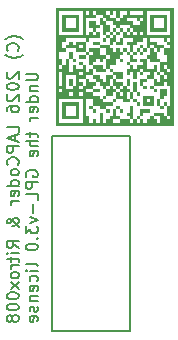
<source format=gbr>
%TF.GenerationSoftware,KiCad,Pcbnew,9.0.6*%
%TF.CreationDate,2026-01-02T17:59:06+01:00*%
%TF.ProjectId,pcb_phone_controller,7063625f-7068-46f6-9e65-5f636f6e7472,rev?*%
%TF.SameCoordinates,Original*%
%TF.FileFunction,Legend,Bot*%
%TF.FilePolarity,Positive*%
%FSLAX46Y46*%
G04 Gerber Fmt 4.6, Leading zero omitted, Abs format (unit mm)*
G04 Created by KiCad (PCBNEW 9.0.6) date 2026-01-02 17:59:06*
%MOMM*%
%LPD*%
G01*
G04 APERTURE LIST*
%ADD10C,0.200000*%
%ADD11C,0.150000*%
%ADD12C,0.000000*%
G04 APERTURE END LIST*
D10*
X208225000Y-131050000D02*
X214750000Y-131050000D01*
X214750000Y-147575000D01*
X208225000Y-147575000D01*
X208225000Y-131050000D01*
D11*
X205740827Y-122906074D02*
X205693208Y-122858455D01*
X205693208Y-122858455D02*
X205550351Y-122763217D01*
X205550351Y-122763217D02*
X205455113Y-122715598D01*
X205455113Y-122715598D02*
X205312256Y-122667979D01*
X205312256Y-122667979D02*
X205074160Y-122620360D01*
X205074160Y-122620360D02*
X204883684Y-122620360D01*
X204883684Y-122620360D02*
X204645589Y-122667979D01*
X204645589Y-122667979D02*
X204502732Y-122715598D01*
X204502732Y-122715598D02*
X204407494Y-122763217D01*
X204407494Y-122763217D02*
X204264636Y-122858455D01*
X204264636Y-122858455D02*
X204217017Y-122906074D01*
X205264636Y-123858455D02*
X205312256Y-123810836D01*
X205312256Y-123810836D02*
X205359875Y-123667979D01*
X205359875Y-123667979D02*
X205359875Y-123572741D01*
X205359875Y-123572741D02*
X205312256Y-123429884D01*
X205312256Y-123429884D02*
X205217017Y-123334646D01*
X205217017Y-123334646D02*
X205121779Y-123287027D01*
X205121779Y-123287027D02*
X204931303Y-123239408D01*
X204931303Y-123239408D02*
X204788446Y-123239408D01*
X204788446Y-123239408D02*
X204597970Y-123287027D01*
X204597970Y-123287027D02*
X204502732Y-123334646D01*
X204502732Y-123334646D02*
X204407494Y-123429884D01*
X204407494Y-123429884D02*
X204359875Y-123572741D01*
X204359875Y-123572741D02*
X204359875Y-123667979D01*
X204359875Y-123667979D02*
X204407494Y-123810836D01*
X204407494Y-123810836D02*
X204455113Y-123858455D01*
X205740827Y-124191789D02*
X205693208Y-124239408D01*
X205693208Y-124239408D02*
X205550351Y-124334646D01*
X205550351Y-124334646D02*
X205455113Y-124382265D01*
X205455113Y-124382265D02*
X205312256Y-124429884D01*
X205312256Y-124429884D02*
X205074160Y-124477503D01*
X205074160Y-124477503D02*
X204883684Y-124477503D01*
X204883684Y-124477503D02*
X204645589Y-124429884D01*
X204645589Y-124429884D02*
X204502732Y-124382265D01*
X204502732Y-124382265D02*
X204407494Y-124334646D01*
X204407494Y-124334646D02*
X204264636Y-124239408D01*
X204264636Y-124239408D02*
X204217017Y-124191789D01*
X204455113Y-125667980D02*
X204407494Y-125715599D01*
X204407494Y-125715599D02*
X204359875Y-125810837D01*
X204359875Y-125810837D02*
X204359875Y-126048932D01*
X204359875Y-126048932D02*
X204407494Y-126144170D01*
X204407494Y-126144170D02*
X204455113Y-126191789D01*
X204455113Y-126191789D02*
X204550351Y-126239408D01*
X204550351Y-126239408D02*
X204645589Y-126239408D01*
X204645589Y-126239408D02*
X204788446Y-126191789D01*
X204788446Y-126191789D02*
X205359875Y-125620361D01*
X205359875Y-125620361D02*
X205359875Y-126239408D01*
X204359875Y-126858456D02*
X204359875Y-126953694D01*
X204359875Y-126953694D02*
X204407494Y-127048932D01*
X204407494Y-127048932D02*
X204455113Y-127096551D01*
X204455113Y-127096551D02*
X204550351Y-127144170D01*
X204550351Y-127144170D02*
X204740827Y-127191789D01*
X204740827Y-127191789D02*
X204978922Y-127191789D01*
X204978922Y-127191789D02*
X205169398Y-127144170D01*
X205169398Y-127144170D02*
X205264636Y-127096551D01*
X205264636Y-127096551D02*
X205312256Y-127048932D01*
X205312256Y-127048932D02*
X205359875Y-126953694D01*
X205359875Y-126953694D02*
X205359875Y-126858456D01*
X205359875Y-126858456D02*
X205312256Y-126763218D01*
X205312256Y-126763218D02*
X205264636Y-126715599D01*
X205264636Y-126715599D02*
X205169398Y-126667980D01*
X205169398Y-126667980D02*
X204978922Y-126620361D01*
X204978922Y-126620361D02*
X204740827Y-126620361D01*
X204740827Y-126620361D02*
X204550351Y-126667980D01*
X204550351Y-126667980D02*
X204455113Y-126715599D01*
X204455113Y-126715599D02*
X204407494Y-126763218D01*
X204407494Y-126763218D02*
X204359875Y-126858456D01*
X204455113Y-127572742D02*
X204407494Y-127620361D01*
X204407494Y-127620361D02*
X204359875Y-127715599D01*
X204359875Y-127715599D02*
X204359875Y-127953694D01*
X204359875Y-127953694D02*
X204407494Y-128048932D01*
X204407494Y-128048932D02*
X204455113Y-128096551D01*
X204455113Y-128096551D02*
X204550351Y-128144170D01*
X204550351Y-128144170D02*
X204645589Y-128144170D01*
X204645589Y-128144170D02*
X204788446Y-128096551D01*
X204788446Y-128096551D02*
X205359875Y-127525123D01*
X205359875Y-127525123D02*
X205359875Y-128144170D01*
X204359875Y-129001313D02*
X204359875Y-128810837D01*
X204359875Y-128810837D02*
X204407494Y-128715599D01*
X204407494Y-128715599D02*
X204455113Y-128667980D01*
X204455113Y-128667980D02*
X204597970Y-128572742D01*
X204597970Y-128572742D02*
X204788446Y-128525123D01*
X204788446Y-128525123D02*
X205169398Y-128525123D01*
X205169398Y-128525123D02*
X205264636Y-128572742D01*
X205264636Y-128572742D02*
X205312256Y-128620361D01*
X205312256Y-128620361D02*
X205359875Y-128715599D01*
X205359875Y-128715599D02*
X205359875Y-128906075D01*
X205359875Y-128906075D02*
X205312256Y-129001313D01*
X205312256Y-129001313D02*
X205264636Y-129048932D01*
X205264636Y-129048932D02*
X205169398Y-129096551D01*
X205169398Y-129096551D02*
X204931303Y-129096551D01*
X204931303Y-129096551D02*
X204836065Y-129048932D01*
X204836065Y-129048932D02*
X204788446Y-129001313D01*
X204788446Y-129001313D02*
X204740827Y-128906075D01*
X204740827Y-128906075D02*
X204740827Y-128715599D01*
X204740827Y-128715599D02*
X204788446Y-128620361D01*
X204788446Y-128620361D02*
X204836065Y-128572742D01*
X204836065Y-128572742D02*
X204931303Y-128525123D01*
X205359875Y-130763218D02*
X205359875Y-130287028D01*
X205359875Y-130287028D02*
X204359875Y-130287028D01*
X205074160Y-131048933D02*
X205074160Y-131525123D01*
X205359875Y-130953695D02*
X204359875Y-131287028D01*
X204359875Y-131287028D02*
X205359875Y-131620361D01*
X205359875Y-131953695D02*
X204359875Y-131953695D01*
X204359875Y-131953695D02*
X204359875Y-132334647D01*
X204359875Y-132334647D02*
X204407494Y-132429885D01*
X204407494Y-132429885D02*
X204455113Y-132477504D01*
X204455113Y-132477504D02*
X204550351Y-132525123D01*
X204550351Y-132525123D02*
X204693208Y-132525123D01*
X204693208Y-132525123D02*
X204788446Y-132477504D01*
X204788446Y-132477504D02*
X204836065Y-132429885D01*
X204836065Y-132429885D02*
X204883684Y-132334647D01*
X204883684Y-132334647D02*
X204883684Y-131953695D01*
X205264636Y-133525123D02*
X205312256Y-133477504D01*
X205312256Y-133477504D02*
X205359875Y-133334647D01*
X205359875Y-133334647D02*
X205359875Y-133239409D01*
X205359875Y-133239409D02*
X205312256Y-133096552D01*
X205312256Y-133096552D02*
X205217017Y-133001314D01*
X205217017Y-133001314D02*
X205121779Y-132953695D01*
X205121779Y-132953695D02*
X204931303Y-132906076D01*
X204931303Y-132906076D02*
X204788446Y-132906076D01*
X204788446Y-132906076D02*
X204597970Y-132953695D01*
X204597970Y-132953695D02*
X204502732Y-133001314D01*
X204502732Y-133001314D02*
X204407494Y-133096552D01*
X204407494Y-133096552D02*
X204359875Y-133239409D01*
X204359875Y-133239409D02*
X204359875Y-133334647D01*
X204359875Y-133334647D02*
X204407494Y-133477504D01*
X204407494Y-133477504D02*
X204455113Y-133525123D01*
X205359875Y-134096552D02*
X205312256Y-134001314D01*
X205312256Y-134001314D02*
X205264636Y-133953695D01*
X205264636Y-133953695D02*
X205169398Y-133906076D01*
X205169398Y-133906076D02*
X204883684Y-133906076D01*
X204883684Y-133906076D02*
X204788446Y-133953695D01*
X204788446Y-133953695D02*
X204740827Y-134001314D01*
X204740827Y-134001314D02*
X204693208Y-134096552D01*
X204693208Y-134096552D02*
X204693208Y-134239409D01*
X204693208Y-134239409D02*
X204740827Y-134334647D01*
X204740827Y-134334647D02*
X204788446Y-134382266D01*
X204788446Y-134382266D02*
X204883684Y-134429885D01*
X204883684Y-134429885D02*
X205169398Y-134429885D01*
X205169398Y-134429885D02*
X205264636Y-134382266D01*
X205264636Y-134382266D02*
X205312256Y-134334647D01*
X205312256Y-134334647D02*
X205359875Y-134239409D01*
X205359875Y-134239409D02*
X205359875Y-134096552D01*
X205359875Y-135287028D02*
X204359875Y-135287028D01*
X205312256Y-135287028D02*
X205359875Y-135191790D01*
X205359875Y-135191790D02*
X205359875Y-135001314D01*
X205359875Y-135001314D02*
X205312256Y-134906076D01*
X205312256Y-134906076D02*
X205264636Y-134858457D01*
X205264636Y-134858457D02*
X205169398Y-134810838D01*
X205169398Y-134810838D02*
X204883684Y-134810838D01*
X204883684Y-134810838D02*
X204788446Y-134858457D01*
X204788446Y-134858457D02*
X204740827Y-134906076D01*
X204740827Y-134906076D02*
X204693208Y-135001314D01*
X204693208Y-135001314D02*
X204693208Y-135191790D01*
X204693208Y-135191790D02*
X204740827Y-135287028D01*
X205312256Y-136144171D02*
X205359875Y-136048933D01*
X205359875Y-136048933D02*
X205359875Y-135858457D01*
X205359875Y-135858457D02*
X205312256Y-135763219D01*
X205312256Y-135763219D02*
X205217017Y-135715600D01*
X205217017Y-135715600D02*
X204836065Y-135715600D01*
X204836065Y-135715600D02*
X204740827Y-135763219D01*
X204740827Y-135763219D02*
X204693208Y-135858457D01*
X204693208Y-135858457D02*
X204693208Y-136048933D01*
X204693208Y-136048933D02*
X204740827Y-136144171D01*
X204740827Y-136144171D02*
X204836065Y-136191790D01*
X204836065Y-136191790D02*
X204931303Y-136191790D01*
X204931303Y-136191790D02*
X205026541Y-135715600D01*
X205359875Y-136620362D02*
X204693208Y-136620362D01*
X204883684Y-136620362D02*
X204788446Y-136667981D01*
X204788446Y-136667981D02*
X204740827Y-136715600D01*
X204740827Y-136715600D02*
X204693208Y-136810838D01*
X204693208Y-136810838D02*
X204693208Y-136906076D01*
X205359875Y-138810839D02*
X205359875Y-138763220D01*
X205359875Y-138763220D02*
X205312256Y-138667981D01*
X205312256Y-138667981D02*
X205169398Y-138525124D01*
X205169398Y-138525124D02*
X204883684Y-138287029D01*
X204883684Y-138287029D02*
X204740827Y-138191791D01*
X204740827Y-138191791D02*
X204597970Y-138144172D01*
X204597970Y-138144172D02*
X204502732Y-138144172D01*
X204502732Y-138144172D02*
X204407494Y-138191791D01*
X204407494Y-138191791D02*
X204359875Y-138287029D01*
X204359875Y-138287029D02*
X204359875Y-138334648D01*
X204359875Y-138334648D02*
X204407494Y-138429886D01*
X204407494Y-138429886D02*
X204502732Y-138477505D01*
X204502732Y-138477505D02*
X204550351Y-138477505D01*
X204550351Y-138477505D02*
X204645589Y-138429886D01*
X204645589Y-138429886D02*
X204693208Y-138382267D01*
X204693208Y-138382267D02*
X204883684Y-138096553D01*
X204883684Y-138096553D02*
X204931303Y-138048934D01*
X204931303Y-138048934D02*
X205026541Y-138001315D01*
X205026541Y-138001315D02*
X205169398Y-138001315D01*
X205169398Y-138001315D02*
X205264636Y-138048934D01*
X205264636Y-138048934D02*
X205312256Y-138096553D01*
X205312256Y-138096553D02*
X205359875Y-138191791D01*
X205359875Y-138191791D02*
X205359875Y-138334648D01*
X205359875Y-138334648D02*
X205312256Y-138429886D01*
X205312256Y-138429886D02*
X205264636Y-138477505D01*
X205264636Y-138477505D02*
X205074160Y-138620362D01*
X205074160Y-138620362D02*
X204931303Y-138667981D01*
X204931303Y-138667981D02*
X204836065Y-138667981D01*
X205359875Y-140572743D02*
X204883684Y-140239410D01*
X205359875Y-140001315D02*
X204359875Y-140001315D01*
X204359875Y-140001315D02*
X204359875Y-140382267D01*
X204359875Y-140382267D02*
X204407494Y-140477505D01*
X204407494Y-140477505D02*
X204455113Y-140525124D01*
X204455113Y-140525124D02*
X204550351Y-140572743D01*
X204550351Y-140572743D02*
X204693208Y-140572743D01*
X204693208Y-140572743D02*
X204788446Y-140525124D01*
X204788446Y-140525124D02*
X204836065Y-140477505D01*
X204836065Y-140477505D02*
X204883684Y-140382267D01*
X204883684Y-140382267D02*
X204883684Y-140001315D01*
X205359875Y-141001315D02*
X204693208Y-141001315D01*
X204359875Y-141001315D02*
X204407494Y-140953696D01*
X204407494Y-140953696D02*
X204455113Y-141001315D01*
X204455113Y-141001315D02*
X204407494Y-141048934D01*
X204407494Y-141048934D02*
X204359875Y-141001315D01*
X204359875Y-141001315D02*
X204455113Y-141001315D01*
X204693208Y-141334648D02*
X204693208Y-141715600D01*
X204359875Y-141477505D02*
X205217017Y-141477505D01*
X205217017Y-141477505D02*
X205312256Y-141525124D01*
X205312256Y-141525124D02*
X205359875Y-141620362D01*
X205359875Y-141620362D02*
X205359875Y-141715600D01*
X205359875Y-142048934D02*
X204693208Y-142048934D01*
X204883684Y-142048934D02*
X204788446Y-142096553D01*
X204788446Y-142096553D02*
X204740827Y-142144172D01*
X204740827Y-142144172D02*
X204693208Y-142239410D01*
X204693208Y-142239410D02*
X204693208Y-142334648D01*
X205359875Y-142810839D02*
X205312256Y-142715601D01*
X205312256Y-142715601D02*
X205264636Y-142667982D01*
X205264636Y-142667982D02*
X205169398Y-142620363D01*
X205169398Y-142620363D02*
X204883684Y-142620363D01*
X204883684Y-142620363D02*
X204788446Y-142667982D01*
X204788446Y-142667982D02*
X204740827Y-142715601D01*
X204740827Y-142715601D02*
X204693208Y-142810839D01*
X204693208Y-142810839D02*
X204693208Y-142953696D01*
X204693208Y-142953696D02*
X204740827Y-143048934D01*
X204740827Y-143048934D02*
X204788446Y-143096553D01*
X204788446Y-143096553D02*
X204883684Y-143144172D01*
X204883684Y-143144172D02*
X205169398Y-143144172D01*
X205169398Y-143144172D02*
X205264636Y-143096553D01*
X205264636Y-143096553D02*
X205312256Y-143048934D01*
X205312256Y-143048934D02*
X205359875Y-142953696D01*
X205359875Y-142953696D02*
X205359875Y-142810839D01*
X205359875Y-143477506D02*
X204693208Y-144001315D01*
X204693208Y-143477506D02*
X205359875Y-144001315D01*
X204359875Y-144572744D02*
X204359875Y-144667982D01*
X204359875Y-144667982D02*
X204407494Y-144763220D01*
X204407494Y-144763220D02*
X204455113Y-144810839D01*
X204455113Y-144810839D02*
X204550351Y-144858458D01*
X204550351Y-144858458D02*
X204740827Y-144906077D01*
X204740827Y-144906077D02*
X204978922Y-144906077D01*
X204978922Y-144906077D02*
X205169398Y-144858458D01*
X205169398Y-144858458D02*
X205264636Y-144810839D01*
X205264636Y-144810839D02*
X205312256Y-144763220D01*
X205312256Y-144763220D02*
X205359875Y-144667982D01*
X205359875Y-144667982D02*
X205359875Y-144572744D01*
X205359875Y-144572744D02*
X205312256Y-144477506D01*
X205312256Y-144477506D02*
X205264636Y-144429887D01*
X205264636Y-144429887D02*
X205169398Y-144382268D01*
X205169398Y-144382268D02*
X204978922Y-144334649D01*
X204978922Y-144334649D02*
X204740827Y-144334649D01*
X204740827Y-144334649D02*
X204550351Y-144382268D01*
X204550351Y-144382268D02*
X204455113Y-144429887D01*
X204455113Y-144429887D02*
X204407494Y-144477506D01*
X204407494Y-144477506D02*
X204359875Y-144572744D01*
X204359875Y-145525125D02*
X204359875Y-145620363D01*
X204359875Y-145620363D02*
X204407494Y-145715601D01*
X204407494Y-145715601D02*
X204455113Y-145763220D01*
X204455113Y-145763220D02*
X204550351Y-145810839D01*
X204550351Y-145810839D02*
X204740827Y-145858458D01*
X204740827Y-145858458D02*
X204978922Y-145858458D01*
X204978922Y-145858458D02*
X205169398Y-145810839D01*
X205169398Y-145810839D02*
X205264636Y-145763220D01*
X205264636Y-145763220D02*
X205312256Y-145715601D01*
X205312256Y-145715601D02*
X205359875Y-145620363D01*
X205359875Y-145620363D02*
X205359875Y-145525125D01*
X205359875Y-145525125D02*
X205312256Y-145429887D01*
X205312256Y-145429887D02*
X205264636Y-145382268D01*
X205264636Y-145382268D02*
X205169398Y-145334649D01*
X205169398Y-145334649D02*
X204978922Y-145287030D01*
X204978922Y-145287030D02*
X204740827Y-145287030D01*
X204740827Y-145287030D02*
X204550351Y-145334649D01*
X204550351Y-145334649D02*
X204455113Y-145382268D01*
X204455113Y-145382268D02*
X204407494Y-145429887D01*
X204407494Y-145429887D02*
X204359875Y-145525125D01*
X204788446Y-146429887D02*
X204740827Y-146334649D01*
X204740827Y-146334649D02*
X204693208Y-146287030D01*
X204693208Y-146287030D02*
X204597970Y-146239411D01*
X204597970Y-146239411D02*
X204550351Y-146239411D01*
X204550351Y-146239411D02*
X204455113Y-146287030D01*
X204455113Y-146287030D02*
X204407494Y-146334649D01*
X204407494Y-146334649D02*
X204359875Y-146429887D01*
X204359875Y-146429887D02*
X204359875Y-146620363D01*
X204359875Y-146620363D02*
X204407494Y-146715601D01*
X204407494Y-146715601D02*
X204455113Y-146763220D01*
X204455113Y-146763220D02*
X204550351Y-146810839D01*
X204550351Y-146810839D02*
X204597970Y-146810839D01*
X204597970Y-146810839D02*
X204693208Y-146763220D01*
X204693208Y-146763220D02*
X204740827Y-146715601D01*
X204740827Y-146715601D02*
X204788446Y-146620363D01*
X204788446Y-146620363D02*
X204788446Y-146429887D01*
X204788446Y-146429887D02*
X204836065Y-146334649D01*
X204836065Y-146334649D02*
X204883684Y-146287030D01*
X204883684Y-146287030D02*
X204978922Y-146239411D01*
X204978922Y-146239411D02*
X205169398Y-146239411D01*
X205169398Y-146239411D02*
X205264636Y-146287030D01*
X205264636Y-146287030D02*
X205312256Y-146334649D01*
X205312256Y-146334649D02*
X205359875Y-146429887D01*
X205359875Y-146429887D02*
X205359875Y-146620363D01*
X205359875Y-146620363D02*
X205312256Y-146715601D01*
X205312256Y-146715601D02*
X205264636Y-146763220D01*
X205264636Y-146763220D02*
X205169398Y-146810839D01*
X205169398Y-146810839D02*
X204978922Y-146810839D01*
X204978922Y-146810839D02*
X204883684Y-146763220D01*
X204883684Y-146763220D02*
X204836065Y-146715601D01*
X204836065Y-146715601D02*
X204788446Y-146620363D01*
X205969819Y-125810837D02*
X206779342Y-125810837D01*
X206779342Y-125810837D02*
X206874580Y-125858456D01*
X206874580Y-125858456D02*
X206922200Y-125906075D01*
X206922200Y-125906075D02*
X206969819Y-126001313D01*
X206969819Y-126001313D02*
X206969819Y-126191789D01*
X206969819Y-126191789D02*
X206922200Y-126287027D01*
X206922200Y-126287027D02*
X206874580Y-126334646D01*
X206874580Y-126334646D02*
X206779342Y-126382265D01*
X206779342Y-126382265D02*
X205969819Y-126382265D01*
X206303152Y-126858456D02*
X206969819Y-126858456D01*
X206398390Y-126858456D02*
X206350771Y-126906075D01*
X206350771Y-126906075D02*
X206303152Y-127001313D01*
X206303152Y-127001313D02*
X206303152Y-127144170D01*
X206303152Y-127144170D02*
X206350771Y-127239408D01*
X206350771Y-127239408D02*
X206446009Y-127287027D01*
X206446009Y-127287027D02*
X206969819Y-127287027D01*
X206969819Y-128191789D02*
X205969819Y-128191789D01*
X206922200Y-128191789D02*
X206969819Y-128096551D01*
X206969819Y-128096551D02*
X206969819Y-127906075D01*
X206969819Y-127906075D02*
X206922200Y-127810837D01*
X206922200Y-127810837D02*
X206874580Y-127763218D01*
X206874580Y-127763218D02*
X206779342Y-127715599D01*
X206779342Y-127715599D02*
X206493628Y-127715599D01*
X206493628Y-127715599D02*
X206398390Y-127763218D01*
X206398390Y-127763218D02*
X206350771Y-127810837D01*
X206350771Y-127810837D02*
X206303152Y-127906075D01*
X206303152Y-127906075D02*
X206303152Y-128096551D01*
X206303152Y-128096551D02*
X206350771Y-128191789D01*
X206922200Y-129048932D02*
X206969819Y-128953694D01*
X206969819Y-128953694D02*
X206969819Y-128763218D01*
X206969819Y-128763218D02*
X206922200Y-128667980D01*
X206922200Y-128667980D02*
X206826961Y-128620361D01*
X206826961Y-128620361D02*
X206446009Y-128620361D01*
X206446009Y-128620361D02*
X206350771Y-128667980D01*
X206350771Y-128667980D02*
X206303152Y-128763218D01*
X206303152Y-128763218D02*
X206303152Y-128953694D01*
X206303152Y-128953694D02*
X206350771Y-129048932D01*
X206350771Y-129048932D02*
X206446009Y-129096551D01*
X206446009Y-129096551D02*
X206541247Y-129096551D01*
X206541247Y-129096551D02*
X206636485Y-128620361D01*
X206969819Y-129525123D02*
X206303152Y-129525123D01*
X206493628Y-129525123D02*
X206398390Y-129572742D01*
X206398390Y-129572742D02*
X206350771Y-129620361D01*
X206350771Y-129620361D02*
X206303152Y-129715599D01*
X206303152Y-129715599D02*
X206303152Y-129810837D01*
X206303152Y-130763219D02*
X206303152Y-131144171D01*
X205969819Y-130906076D02*
X206826961Y-130906076D01*
X206826961Y-130906076D02*
X206922200Y-130953695D01*
X206922200Y-130953695D02*
X206969819Y-131048933D01*
X206969819Y-131048933D02*
X206969819Y-131144171D01*
X206969819Y-131477505D02*
X205969819Y-131477505D01*
X206969819Y-131906076D02*
X206446009Y-131906076D01*
X206446009Y-131906076D02*
X206350771Y-131858457D01*
X206350771Y-131858457D02*
X206303152Y-131763219D01*
X206303152Y-131763219D02*
X206303152Y-131620362D01*
X206303152Y-131620362D02*
X206350771Y-131525124D01*
X206350771Y-131525124D02*
X206398390Y-131477505D01*
X206922200Y-132763219D02*
X206969819Y-132667981D01*
X206969819Y-132667981D02*
X206969819Y-132477505D01*
X206969819Y-132477505D02*
X206922200Y-132382267D01*
X206922200Y-132382267D02*
X206826961Y-132334648D01*
X206826961Y-132334648D02*
X206446009Y-132334648D01*
X206446009Y-132334648D02*
X206350771Y-132382267D01*
X206350771Y-132382267D02*
X206303152Y-132477505D01*
X206303152Y-132477505D02*
X206303152Y-132667981D01*
X206303152Y-132667981D02*
X206350771Y-132763219D01*
X206350771Y-132763219D02*
X206446009Y-132810838D01*
X206446009Y-132810838D02*
X206541247Y-132810838D01*
X206541247Y-132810838D02*
X206636485Y-132334648D01*
X206017438Y-134525124D02*
X205969819Y-134429886D01*
X205969819Y-134429886D02*
X205969819Y-134287029D01*
X205969819Y-134287029D02*
X206017438Y-134144172D01*
X206017438Y-134144172D02*
X206112676Y-134048934D01*
X206112676Y-134048934D02*
X206207914Y-134001315D01*
X206207914Y-134001315D02*
X206398390Y-133953696D01*
X206398390Y-133953696D02*
X206541247Y-133953696D01*
X206541247Y-133953696D02*
X206731723Y-134001315D01*
X206731723Y-134001315D02*
X206826961Y-134048934D01*
X206826961Y-134048934D02*
X206922200Y-134144172D01*
X206922200Y-134144172D02*
X206969819Y-134287029D01*
X206969819Y-134287029D02*
X206969819Y-134382267D01*
X206969819Y-134382267D02*
X206922200Y-134525124D01*
X206922200Y-134525124D02*
X206874580Y-134572743D01*
X206874580Y-134572743D02*
X206541247Y-134572743D01*
X206541247Y-134572743D02*
X206541247Y-134382267D01*
X206969819Y-135001315D02*
X205969819Y-135001315D01*
X205969819Y-135001315D02*
X205969819Y-135382267D01*
X205969819Y-135382267D02*
X206017438Y-135477505D01*
X206017438Y-135477505D02*
X206065057Y-135525124D01*
X206065057Y-135525124D02*
X206160295Y-135572743D01*
X206160295Y-135572743D02*
X206303152Y-135572743D01*
X206303152Y-135572743D02*
X206398390Y-135525124D01*
X206398390Y-135525124D02*
X206446009Y-135477505D01*
X206446009Y-135477505D02*
X206493628Y-135382267D01*
X206493628Y-135382267D02*
X206493628Y-135001315D01*
X206969819Y-136477505D02*
X206969819Y-136001315D01*
X206969819Y-136001315D02*
X205969819Y-136001315D01*
X206588866Y-136810839D02*
X206588866Y-137572744D01*
X206303152Y-137953696D02*
X206969819Y-138191791D01*
X206969819Y-138191791D02*
X206303152Y-138429886D01*
X205969819Y-138715601D02*
X205969819Y-139334648D01*
X205969819Y-139334648D02*
X206350771Y-139001315D01*
X206350771Y-139001315D02*
X206350771Y-139144172D01*
X206350771Y-139144172D02*
X206398390Y-139239410D01*
X206398390Y-139239410D02*
X206446009Y-139287029D01*
X206446009Y-139287029D02*
X206541247Y-139334648D01*
X206541247Y-139334648D02*
X206779342Y-139334648D01*
X206779342Y-139334648D02*
X206874580Y-139287029D01*
X206874580Y-139287029D02*
X206922200Y-139239410D01*
X206922200Y-139239410D02*
X206969819Y-139144172D01*
X206969819Y-139144172D02*
X206969819Y-138858458D01*
X206969819Y-138858458D02*
X206922200Y-138763220D01*
X206922200Y-138763220D02*
X206874580Y-138715601D01*
X206874580Y-139763220D02*
X206922200Y-139810839D01*
X206922200Y-139810839D02*
X206969819Y-139763220D01*
X206969819Y-139763220D02*
X206922200Y-139715601D01*
X206922200Y-139715601D02*
X206874580Y-139763220D01*
X206874580Y-139763220D02*
X206969819Y-139763220D01*
X205969819Y-140429886D02*
X205969819Y-140525124D01*
X205969819Y-140525124D02*
X206017438Y-140620362D01*
X206017438Y-140620362D02*
X206065057Y-140667981D01*
X206065057Y-140667981D02*
X206160295Y-140715600D01*
X206160295Y-140715600D02*
X206350771Y-140763219D01*
X206350771Y-140763219D02*
X206588866Y-140763219D01*
X206588866Y-140763219D02*
X206779342Y-140715600D01*
X206779342Y-140715600D02*
X206874580Y-140667981D01*
X206874580Y-140667981D02*
X206922200Y-140620362D01*
X206922200Y-140620362D02*
X206969819Y-140525124D01*
X206969819Y-140525124D02*
X206969819Y-140429886D01*
X206969819Y-140429886D02*
X206922200Y-140334648D01*
X206922200Y-140334648D02*
X206874580Y-140287029D01*
X206874580Y-140287029D02*
X206779342Y-140239410D01*
X206779342Y-140239410D02*
X206588866Y-140191791D01*
X206588866Y-140191791D02*
X206350771Y-140191791D01*
X206350771Y-140191791D02*
X206160295Y-140239410D01*
X206160295Y-140239410D02*
X206065057Y-140287029D01*
X206065057Y-140287029D02*
X206017438Y-140334648D01*
X206017438Y-140334648D02*
X205969819Y-140429886D01*
X206969819Y-142096553D02*
X206922200Y-142001315D01*
X206922200Y-142001315D02*
X206826961Y-141953696D01*
X206826961Y-141953696D02*
X205969819Y-141953696D01*
X206969819Y-142477506D02*
X206303152Y-142477506D01*
X205969819Y-142477506D02*
X206017438Y-142429887D01*
X206017438Y-142429887D02*
X206065057Y-142477506D01*
X206065057Y-142477506D02*
X206017438Y-142525125D01*
X206017438Y-142525125D02*
X205969819Y-142477506D01*
X205969819Y-142477506D02*
X206065057Y-142477506D01*
X206922200Y-143382267D02*
X206969819Y-143287029D01*
X206969819Y-143287029D02*
X206969819Y-143096553D01*
X206969819Y-143096553D02*
X206922200Y-143001315D01*
X206922200Y-143001315D02*
X206874580Y-142953696D01*
X206874580Y-142953696D02*
X206779342Y-142906077D01*
X206779342Y-142906077D02*
X206493628Y-142906077D01*
X206493628Y-142906077D02*
X206398390Y-142953696D01*
X206398390Y-142953696D02*
X206350771Y-143001315D01*
X206350771Y-143001315D02*
X206303152Y-143096553D01*
X206303152Y-143096553D02*
X206303152Y-143287029D01*
X206303152Y-143287029D02*
X206350771Y-143382267D01*
X206922200Y-144191791D02*
X206969819Y-144096553D01*
X206969819Y-144096553D02*
X206969819Y-143906077D01*
X206969819Y-143906077D02*
X206922200Y-143810839D01*
X206922200Y-143810839D02*
X206826961Y-143763220D01*
X206826961Y-143763220D02*
X206446009Y-143763220D01*
X206446009Y-143763220D02*
X206350771Y-143810839D01*
X206350771Y-143810839D02*
X206303152Y-143906077D01*
X206303152Y-143906077D02*
X206303152Y-144096553D01*
X206303152Y-144096553D02*
X206350771Y-144191791D01*
X206350771Y-144191791D02*
X206446009Y-144239410D01*
X206446009Y-144239410D02*
X206541247Y-144239410D01*
X206541247Y-144239410D02*
X206636485Y-143763220D01*
X206303152Y-144667982D02*
X206969819Y-144667982D01*
X206398390Y-144667982D02*
X206350771Y-144715601D01*
X206350771Y-144715601D02*
X206303152Y-144810839D01*
X206303152Y-144810839D02*
X206303152Y-144953696D01*
X206303152Y-144953696D02*
X206350771Y-145048934D01*
X206350771Y-145048934D02*
X206446009Y-145096553D01*
X206446009Y-145096553D02*
X206969819Y-145096553D01*
X206922200Y-145525125D02*
X206969819Y-145620363D01*
X206969819Y-145620363D02*
X206969819Y-145810839D01*
X206969819Y-145810839D02*
X206922200Y-145906077D01*
X206922200Y-145906077D02*
X206826961Y-145953696D01*
X206826961Y-145953696D02*
X206779342Y-145953696D01*
X206779342Y-145953696D02*
X206684104Y-145906077D01*
X206684104Y-145906077D02*
X206636485Y-145810839D01*
X206636485Y-145810839D02*
X206636485Y-145667982D01*
X206636485Y-145667982D02*
X206588866Y-145572744D01*
X206588866Y-145572744D02*
X206493628Y-145525125D01*
X206493628Y-145525125D02*
X206446009Y-145525125D01*
X206446009Y-145525125D02*
X206350771Y-145572744D01*
X206350771Y-145572744D02*
X206303152Y-145667982D01*
X206303152Y-145667982D02*
X206303152Y-145810839D01*
X206303152Y-145810839D02*
X206350771Y-145906077D01*
X206922200Y-146763220D02*
X206969819Y-146667982D01*
X206969819Y-146667982D02*
X206969819Y-146477506D01*
X206969819Y-146477506D02*
X206922200Y-146382268D01*
X206922200Y-146382268D02*
X206826961Y-146334649D01*
X206826961Y-146334649D02*
X206446009Y-146334649D01*
X206446009Y-146334649D02*
X206350771Y-146382268D01*
X206350771Y-146382268D02*
X206303152Y-146477506D01*
X206303152Y-146477506D02*
X206303152Y-146667982D01*
X206303152Y-146667982D02*
X206350771Y-146763220D01*
X206350771Y-146763220D02*
X206446009Y-146810839D01*
X206446009Y-146810839D02*
X206541247Y-146810839D01*
X206541247Y-146810839D02*
X206636485Y-146334649D01*
D12*
%TO.C,G\u002A\u002A\u002A*%
G36*
X214786076Y-122106259D02*
G01*
X214786076Y-122249156D01*
X214643179Y-122249156D01*
X214500281Y-122249156D01*
X214500281Y-122106259D01*
X214500281Y-121963361D01*
X214643179Y-121963361D01*
X214786076Y-121963361D01*
X214786076Y-122106259D01*
G37*
G36*
X209927567Y-124249719D02*
G01*
X209927567Y-124535513D01*
X209784669Y-124535513D01*
X209641772Y-124535513D01*
X209641772Y-124249719D01*
X209641772Y-123963924D01*
X209784669Y-123963924D01*
X209927567Y-123963924D01*
X209927567Y-124249719D01*
G37*
G36*
X210213361Y-124678411D02*
G01*
X210213361Y-124821308D01*
X210070464Y-124821308D01*
X209927567Y-124821308D01*
X209927567Y-124678411D01*
X209927567Y-124535513D01*
X210070464Y-124535513D01*
X210213361Y-124535513D01*
X210213361Y-124678411D01*
G37*
G36*
X214214487Y-124678411D02*
G01*
X214214487Y-124821308D01*
X214071589Y-124821308D01*
X213928692Y-124821308D01*
X213928692Y-124678411D01*
X213928692Y-124535513D01*
X214071589Y-124535513D01*
X214214487Y-124535513D01*
X214214487Y-124678411D01*
G37*
G36*
X210784951Y-124964205D02*
G01*
X210784951Y-125107103D01*
X210642053Y-125107103D01*
X210499156Y-125107103D01*
X210499156Y-124964205D01*
X210499156Y-124821308D01*
X210642053Y-124821308D01*
X210784951Y-124821308D01*
X210784951Y-124964205D01*
G37*
G36*
X217358228Y-125821589D02*
G01*
X217358228Y-125964487D01*
X217215330Y-125964487D01*
X217072433Y-125964487D01*
X217072433Y-125821589D01*
X217072433Y-125678692D01*
X217215330Y-125678692D01*
X217358228Y-125678692D01*
X217358228Y-125821589D01*
G37*
G36*
X209927567Y-126536076D02*
G01*
X209927567Y-126821871D01*
X209784669Y-126821871D01*
X209641772Y-126821871D01*
X209641772Y-126536076D01*
X209641772Y-126250281D01*
X209784669Y-126250281D01*
X209927567Y-126250281D01*
X209927567Y-126536076D01*
G37*
G36*
X216215049Y-126964768D02*
G01*
X216215049Y-127107665D01*
X216072152Y-127107665D01*
X215929255Y-127107665D01*
X215929255Y-126964768D01*
X215929255Y-126821871D01*
X216072152Y-126821871D01*
X216215049Y-126821871D01*
X216215049Y-126964768D01*
G37*
G36*
X216786639Y-126964768D02*
G01*
X216786639Y-127107665D01*
X216643741Y-127107665D01*
X216500844Y-127107665D01*
X216500844Y-126964768D01*
X216500844Y-126821871D01*
X216643741Y-126821871D01*
X216786639Y-126821871D01*
X216786639Y-126964768D01*
G37*
G36*
X212213924Y-127250563D02*
G01*
X212213924Y-127393460D01*
X211928129Y-127393460D01*
X211642335Y-127393460D01*
X211642335Y-127250563D01*
X211642335Y-127107665D01*
X211928129Y-127107665D01*
X212213924Y-127107665D01*
X212213924Y-127250563D01*
G37*
G36*
X217072433Y-127250563D02*
G01*
X217072433Y-127393460D01*
X216929536Y-127393460D01*
X216786639Y-127393460D01*
X216786639Y-127250563D01*
X216786639Y-127107665D01*
X216929536Y-127107665D01*
X217072433Y-127107665D01*
X217072433Y-127250563D01*
G37*
G36*
X215643460Y-127536357D02*
G01*
X215643460Y-127679255D01*
X215500563Y-127679255D01*
X215357665Y-127679255D01*
X215357665Y-127536357D01*
X215357665Y-127393460D01*
X215500563Y-127393460D01*
X215643460Y-127393460D01*
X215643460Y-127536357D01*
G37*
G36*
X215357665Y-128107947D02*
G01*
X215357665Y-128250844D01*
X215214768Y-128250844D01*
X215071871Y-128250844D01*
X215071871Y-128107947D01*
X215071871Y-127965049D01*
X215214768Y-127965049D01*
X215357665Y-127965049D01*
X215357665Y-128107947D01*
G37*
G36*
X215643460Y-128393741D02*
G01*
X215643460Y-128536639D01*
X215500563Y-128536639D01*
X215357665Y-128536639D01*
X215357665Y-128393741D01*
X215357665Y-128250844D01*
X215500563Y-128250844D01*
X215643460Y-128250844D01*
X215643460Y-128393741D01*
G37*
G36*
X211642335Y-128679536D02*
G01*
X211642335Y-128822433D01*
X211499437Y-128822433D01*
X211356540Y-128822433D01*
X211356540Y-128679536D01*
X211356540Y-128536639D01*
X211499437Y-128536639D01*
X211642335Y-128536639D01*
X211642335Y-128679536D01*
G37*
G36*
X213928692Y-128679536D02*
G01*
X213928692Y-128822433D01*
X213785795Y-128822433D01*
X213642897Y-128822433D01*
X213642897Y-128679536D01*
X213642897Y-128536639D01*
X213785795Y-128536639D01*
X213928692Y-128536639D01*
X213928692Y-128679536D01*
G37*
G36*
X211928129Y-128965330D02*
G01*
X211928129Y-129108228D01*
X211785232Y-129108228D01*
X211642335Y-129108228D01*
X211642335Y-128965330D01*
X211642335Y-128822433D01*
X211785232Y-128822433D01*
X211928129Y-128822433D01*
X211928129Y-128965330D01*
G37*
G36*
X213071308Y-128965330D02*
G01*
X213071308Y-129108228D01*
X212928411Y-129108228D01*
X212785513Y-129108228D01*
X212785513Y-128965330D01*
X212785513Y-128822433D01*
X212928411Y-128822433D01*
X213071308Y-128822433D01*
X213071308Y-128965330D01*
G37*
G36*
X214214487Y-128965330D02*
G01*
X214214487Y-129108228D01*
X214071589Y-129108228D01*
X213928692Y-129108228D01*
X213928692Y-128965330D01*
X213928692Y-128822433D01*
X214071589Y-128822433D01*
X214214487Y-128822433D01*
X214214487Y-128965330D01*
G37*
G36*
X214214487Y-123106540D02*
G01*
X214214487Y-123392335D01*
X213928692Y-123392335D01*
X213642897Y-123392335D01*
X213642897Y-123249437D01*
X213642897Y-123106540D01*
X213785795Y-123106540D01*
X213928692Y-123106540D01*
X213928692Y-122963643D01*
X213928692Y-122820745D01*
X214071589Y-122820745D01*
X214214487Y-122820745D01*
X214214487Y-123106540D01*
G37*
G36*
X217929817Y-128393741D02*
G01*
X217929817Y-128536639D01*
X217786920Y-128536639D01*
X217644022Y-128536639D01*
X217644022Y-128679536D01*
X217644022Y-128822433D01*
X217501125Y-128822433D01*
X217358228Y-128822433D01*
X217358228Y-128679536D01*
X217358228Y-128536639D01*
X217501125Y-128536639D01*
X217644022Y-128536639D01*
X217644022Y-128393741D01*
X217644022Y-128250844D01*
X217786920Y-128250844D01*
X217929817Y-128250844D01*
X217929817Y-128393741D01*
G37*
G36*
X215071871Y-129108228D02*
G01*
X215071871Y-129679817D01*
X214928973Y-129679817D01*
X214786076Y-129679817D01*
X214786076Y-129536920D01*
X214786076Y-129394022D01*
X214643179Y-129394022D01*
X214500281Y-129394022D01*
X214500281Y-129251125D01*
X214500281Y-129108228D01*
X214643179Y-129108228D01*
X214786076Y-129108228D01*
X214786076Y-128822433D01*
X214786076Y-128536639D01*
X214928973Y-128536639D01*
X215071871Y-128536639D01*
X215071871Y-129108228D01*
G37*
G36*
X209784669Y-120820183D02*
G01*
X210499156Y-120820183D01*
X210499156Y-121534669D01*
X210499156Y-122249156D01*
X209784669Y-122249156D01*
X209070183Y-122249156D01*
X209070183Y-121534669D01*
X209070183Y-121105977D01*
X209355977Y-121105977D01*
X209355977Y-121534669D01*
X209355977Y-121963361D01*
X209784669Y-121963361D01*
X210213361Y-121963361D01*
X210213361Y-121534669D01*
X210213361Y-121105977D01*
X209784669Y-121105977D01*
X209355977Y-121105977D01*
X209070183Y-121105977D01*
X209070183Y-120820183D01*
X209784669Y-120820183D01*
G37*
G36*
X217215330Y-120820183D02*
G01*
X217929817Y-120820183D01*
X217929817Y-121534669D01*
X217929817Y-122249156D01*
X217215330Y-122249156D01*
X216500844Y-122249156D01*
X216500844Y-121534669D01*
X216500844Y-121105977D01*
X216786639Y-121105977D01*
X216786639Y-121534669D01*
X216786639Y-121963361D01*
X217215330Y-121963361D01*
X217644022Y-121963361D01*
X217644022Y-121534669D01*
X217644022Y-121105977D01*
X217215330Y-121105977D01*
X216786639Y-121105977D01*
X216500844Y-121105977D01*
X216500844Y-120820183D01*
X217215330Y-120820183D01*
G37*
G36*
X216357947Y-127679255D02*
G01*
X216786639Y-127679255D01*
X216786639Y-128107947D01*
X216786639Y-128536639D01*
X216357947Y-128536639D01*
X215929255Y-128536639D01*
X215929255Y-128107947D01*
X215929255Y-127965049D01*
X216215049Y-127965049D01*
X216215049Y-128107947D01*
X216215049Y-128250844D01*
X216357947Y-128250844D01*
X216500844Y-128250844D01*
X216500844Y-128107947D01*
X216500844Y-127965049D01*
X216357947Y-127965049D01*
X216215049Y-127965049D01*
X215929255Y-127965049D01*
X215929255Y-127679255D01*
X216357947Y-127679255D01*
G37*
G36*
X209784669Y-128250844D02*
G01*
X210499156Y-128250844D01*
X210499156Y-128965330D01*
X210499156Y-129679817D01*
X209784669Y-129679817D01*
X209070183Y-129679817D01*
X209070183Y-128965330D01*
X209070183Y-128536639D01*
X209355977Y-128536639D01*
X209355977Y-128965330D01*
X209355977Y-129394022D01*
X209784669Y-129394022D01*
X210213361Y-129394022D01*
X210213361Y-128965330D01*
X210213361Y-128536639D01*
X209784669Y-128536639D01*
X209355977Y-128536639D01*
X209070183Y-128536639D01*
X209070183Y-128250844D01*
X209784669Y-128250844D01*
G37*
G36*
X217929817Y-127393460D02*
G01*
X217929817Y-127679255D01*
X217786920Y-127679255D01*
X217644022Y-127679255D01*
X217644022Y-127822152D01*
X217644022Y-127965049D01*
X217501125Y-127965049D01*
X217358228Y-127965049D01*
X217358228Y-128250844D01*
X217358228Y-128536639D01*
X217215330Y-128536639D01*
X217072433Y-128536639D01*
X217072433Y-128250844D01*
X217072433Y-127965049D01*
X217215330Y-127965049D01*
X217358228Y-127965049D01*
X217358228Y-127536357D01*
X217358228Y-127107665D01*
X217644022Y-127107665D01*
X217929817Y-127107665D01*
X217929817Y-127393460D01*
G37*
G36*
X216500844Y-128965330D02*
G01*
X216500844Y-129108228D01*
X216215049Y-129108228D01*
X215929255Y-129108228D01*
X215929255Y-129251125D01*
X215929255Y-129394022D01*
X215786357Y-129394022D01*
X215643460Y-129394022D01*
X215643460Y-129536920D01*
X215643460Y-129679817D01*
X215500563Y-129679817D01*
X215357665Y-129679817D01*
X215357665Y-129536920D01*
X215357665Y-129394022D01*
X215500563Y-129394022D01*
X215643460Y-129394022D01*
X215643460Y-129108228D01*
X215643460Y-128822433D01*
X216072152Y-128822433D01*
X216500844Y-128822433D01*
X216500844Y-128965330D01*
G37*
G36*
X216786639Y-123821027D02*
G01*
X216786639Y-123963924D01*
X216929536Y-123963924D01*
X217072433Y-123963924D01*
X217072433Y-124249719D01*
X217072433Y-124535513D01*
X217215330Y-124535513D01*
X217358228Y-124535513D01*
X217358228Y-124678411D01*
X217358228Y-124821308D01*
X216929536Y-124821308D01*
X216500844Y-124821308D01*
X216500844Y-124678411D01*
X216500844Y-124535513D01*
X216357947Y-124535513D01*
X216215049Y-124535513D01*
X216215049Y-124964205D01*
X216215049Y-125392897D01*
X216500844Y-125392897D01*
X216786639Y-125392897D01*
X216786639Y-125250000D01*
X216786639Y-125107103D01*
X216929536Y-125107103D01*
X217072433Y-125107103D01*
X217072433Y-125392897D01*
X217072433Y-125678692D01*
X216929536Y-125678692D01*
X216786639Y-125678692D01*
X216786639Y-125964487D01*
X216786639Y-126250281D01*
X216500844Y-126250281D01*
X216215049Y-126250281D01*
X216215049Y-126393179D01*
X216215049Y-126536076D01*
X216072152Y-126536076D01*
X215929255Y-126536076D01*
X215929255Y-126678973D01*
X215929255Y-126821871D01*
X215786357Y-126821871D01*
X215643460Y-126821871D01*
X215643460Y-126536076D01*
X215643460Y-126250281D01*
X215929255Y-126250281D01*
X216215049Y-126250281D01*
X216215049Y-126107384D01*
X216215049Y-125964487D01*
X216357947Y-125964487D01*
X216500844Y-125964487D01*
X216500844Y-125821589D01*
X216500844Y-125678692D01*
X216215049Y-125678692D01*
X215929255Y-125678692D01*
X215929255Y-125821589D01*
X215929255Y-125964487D01*
X215786357Y-125964487D01*
X215643460Y-125964487D01*
X215643460Y-125821589D01*
X215643460Y-125678692D01*
X215786357Y-125678692D01*
X215929255Y-125678692D01*
X215929255Y-125535795D01*
X215929255Y-125392897D01*
X215786357Y-125392897D01*
X215643460Y-125392897D01*
X215643460Y-125535795D01*
X215643460Y-125678692D01*
X215500563Y-125678692D01*
X215357665Y-125678692D01*
X215357665Y-125964487D01*
X215357665Y-126250281D01*
X215214768Y-126250281D01*
X215071871Y-126250281D01*
X215071871Y-125964487D01*
X215071871Y-125678692D01*
X214928973Y-125678692D01*
X214786076Y-125678692D01*
X214786076Y-125821589D01*
X214786076Y-125964487D01*
X214643179Y-125964487D01*
X214500281Y-125964487D01*
X214500281Y-125678692D01*
X214500281Y-125392897D01*
X214643179Y-125392897D01*
X214786076Y-125392897D01*
X214786076Y-125250000D01*
X214786076Y-125107103D01*
X214928973Y-125107103D01*
X215071871Y-125107103D01*
X215071871Y-125250000D01*
X215071871Y-125392897D01*
X215214768Y-125392897D01*
X215357665Y-125392897D01*
X215357665Y-125250000D01*
X215357665Y-125107103D01*
X215643460Y-125107103D01*
X215929255Y-125107103D01*
X215929255Y-124964205D01*
X215929255Y-124821308D01*
X215786357Y-124821308D01*
X215643460Y-124821308D01*
X215643460Y-124678411D01*
X215643460Y-124535513D01*
X215929255Y-124535513D01*
X216215049Y-124535513D01*
X216215049Y-124392616D01*
X216215049Y-124249719D01*
X216357947Y-124249719D01*
X216500844Y-124249719D01*
X216500844Y-123963924D01*
X216500844Y-123678129D01*
X216643741Y-123678129D01*
X216786639Y-123678129D01*
X216786639Y-123821027D01*
G37*
G36*
X215929255Y-123535232D02*
G01*
X215929255Y-123678129D01*
X215786357Y-123678129D01*
X215643460Y-123678129D01*
X215643460Y-123821027D01*
X215643460Y-123963924D01*
X215500563Y-123963924D01*
X215357665Y-123963924D01*
X215357665Y-124106821D01*
X215357665Y-124249719D01*
X215214768Y-124249719D01*
X215071871Y-124249719D01*
X215071871Y-124392616D01*
X215071871Y-124535513D01*
X215214768Y-124535513D01*
X215357665Y-124535513D01*
X215357665Y-124678411D01*
X215357665Y-124821308D01*
X215071871Y-124821308D01*
X214786076Y-124821308D01*
X214786076Y-124964205D01*
X214786076Y-125107103D01*
X214643179Y-125107103D01*
X214500281Y-125107103D01*
X214500281Y-124964205D01*
X214500281Y-124821308D01*
X214643179Y-124821308D01*
X214786076Y-124821308D01*
X214786076Y-124535513D01*
X214786076Y-124249719D01*
X214643179Y-124249719D01*
X214500281Y-124249719D01*
X214500281Y-124106821D01*
X214500281Y-123963924D01*
X214643179Y-123963924D01*
X214786076Y-123963924D01*
X214786076Y-124106821D01*
X214786076Y-124249719D01*
X214928973Y-124249719D01*
X215071871Y-124249719D01*
X215071871Y-124106821D01*
X215071871Y-123963924D01*
X215214768Y-123963924D01*
X215357665Y-123963924D01*
X215357665Y-123821027D01*
X215357665Y-123678129D01*
X215500563Y-123678129D01*
X215643460Y-123678129D01*
X215643460Y-123535232D01*
X215643460Y-123392335D01*
X215786357Y-123392335D01*
X215929255Y-123392335D01*
X215929255Y-123535232D01*
G37*
G36*
X216072152Y-123678129D02*
G01*
X216215049Y-123678129D01*
X216215049Y-123821027D01*
X216215049Y-123963924D01*
X216072152Y-123963924D01*
X215929255Y-123963924D01*
X215929255Y-124106821D01*
X215929255Y-124249719D01*
X215786357Y-124249719D01*
X215643460Y-124249719D01*
X215643460Y-124106821D01*
X215643460Y-123963924D01*
X215786357Y-123963924D01*
X215929255Y-123963924D01*
X215929255Y-123821027D01*
X215929255Y-123678129D01*
X216072152Y-123678129D01*
G37*
G36*
X213785795Y-125678692D02*
G01*
X214214487Y-125678692D01*
X214214487Y-125964487D01*
X214214487Y-126250281D01*
X213928692Y-126250281D01*
X213642897Y-126250281D01*
X213642897Y-126393179D01*
X213642897Y-126536076D01*
X213928692Y-126536076D01*
X214214487Y-126536076D01*
X214214487Y-126678973D01*
X214214487Y-126821871D01*
X214357384Y-126821871D01*
X214500281Y-126821871D01*
X214500281Y-126536076D01*
X214500281Y-126250281D01*
X214643179Y-126250281D01*
X214786076Y-126250281D01*
X214786076Y-126536076D01*
X214786076Y-126821871D01*
X214643179Y-126821871D01*
X214500281Y-126821871D01*
X214500281Y-126964768D01*
X214500281Y-127107665D01*
X214643179Y-127107665D01*
X214786076Y-127107665D01*
X214786076Y-127250563D01*
X214786076Y-127393460D01*
X214928973Y-127393460D01*
X215071871Y-127393460D01*
X215071871Y-126964768D01*
X215071871Y-126536076D01*
X215214768Y-126536076D01*
X215357665Y-126536076D01*
X215357665Y-126964768D01*
X215357665Y-127393460D01*
X215214768Y-127393460D01*
X215071871Y-127393460D01*
X215071871Y-127679255D01*
X215071871Y-127965049D01*
X214928973Y-127965049D01*
X214786076Y-127965049D01*
X214786076Y-128107947D01*
X214786076Y-128250844D01*
X214500281Y-128250844D01*
X214214487Y-128250844D01*
X214214487Y-128107947D01*
X214214487Y-127965049D01*
X213928692Y-127965049D01*
X213642897Y-127965049D01*
X213642897Y-128107947D01*
X213642897Y-128250844D01*
X213500000Y-128250844D01*
X213357103Y-128250844D01*
X213357103Y-128107947D01*
X213357103Y-127965049D01*
X213500000Y-127965049D01*
X213642897Y-127965049D01*
X213642897Y-127679255D01*
X213642897Y-127393460D01*
X213500000Y-127393460D01*
X213357103Y-127393460D01*
X213357103Y-127536357D01*
X213357103Y-127679255D01*
X213071308Y-127679255D01*
X212785513Y-127679255D01*
X212785513Y-127822152D01*
X212785513Y-127965049D01*
X212642616Y-127965049D01*
X212499719Y-127965049D01*
X212499719Y-127822152D01*
X212499719Y-127679255D01*
X212642616Y-127679255D01*
X212785513Y-127679255D01*
X212785513Y-127393460D01*
X212785513Y-127107665D01*
X212642616Y-127107665D01*
X212499719Y-127107665D01*
X212499719Y-126964768D01*
X212499719Y-126821871D01*
X212356821Y-126821871D01*
X212213924Y-126821871D01*
X212213924Y-126678973D01*
X212213924Y-126536076D01*
X212071027Y-126536076D01*
X211928129Y-126536076D01*
X211928129Y-126393179D01*
X211928129Y-126250281D01*
X211785232Y-126250281D01*
X211642335Y-126250281D01*
X211642335Y-126107384D01*
X211642335Y-125964487D01*
X211928129Y-125964487D01*
X212213924Y-125964487D01*
X212213924Y-126107384D01*
X212213924Y-126250281D01*
X212356821Y-126250281D01*
X212499719Y-126250281D01*
X212499719Y-126393179D01*
X212499719Y-126536076D01*
X212642616Y-126536076D01*
X212785513Y-126536076D01*
X212785513Y-126250281D01*
X212785513Y-125964487D01*
X213071308Y-125964487D01*
X213357103Y-125964487D01*
X213357103Y-126107384D01*
X213357103Y-126250281D01*
X213214205Y-126250281D01*
X213071308Y-126250281D01*
X213071308Y-126536076D01*
X213071308Y-126821871D01*
X212928411Y-126821871D01*
X212785513Y-126821871D01*
X212785513Y-126964768D01*
X212785513Y-127107665D01*
X212928411Y-127107665D01*
X213071308Y-127107665D01*
X213071308Y-126964768D01*
X213071308Y-126821871D01*
X213214205Y-126821871D01*
X213357103Y-126821871D01*
X213357103Y-126964768D01*
X213357103Y-127107665D01*
X213500000Y-127107665D01*
X213642897Y-127107665D01*
X213642897Y-127250563D01*
X213642897Y-127393460D01*
X213785795Y-127393460D01*
X213928692Y-127393460D01*
X213928692Y-127536357D01*
X213928692Y-127679255D01*
X214071589Y-127679255D01*
X214214487Y-127679255D01*
X214214487Y-127536357D01*
X214214487Y-127393460D01*
X214500281Y-127393460D01*
X214500281Y-127679255D01*
X214500281Y-127965049D01*
X214643179Y-127965049D01*
X214786076Y-127965049D01*
X214786076Y-127679255D01*
X214786076Y-127393460D01*
X214643179Y-127393460D01*
X214500281Y-127393460D01*
X214214487Y-127393460D01*
X214071589Y-127393460D01*
X213928692Y-127393460D01*
X213928692Y-127250563D01*
X213928692Y-127107665D01*
X214071589Y-127107665D01*
X214214487Y-127107665D01*
X214214487Y-126964768D01*
X214214487Y-126821871D01*
X214071589Y-126821871D01*
X213928692Y-126821871D01*
X213928692Y-126964768D01*
X213928692Y-127107665D01*
X213785795Y-127107665D01*
X213642897Y-127107665D01*
X213642897Y-126964768D01*
X213642897Y-126821871D01*
X213500000Y-126821871D01*
X213357103Y-126821871D01*
X213357103Y-126536076D01*
X213357103Y-126250281D01*
X213500000Y-126250281D01*
X213642897Y-126250281D01*
X213642897Y-126107384D01*
X213642897Y-125964487D01*
X213500000Y-125964487D01*
X213357103Y-125964487D01*
X213357103Y-125821589D01*
X213357103Y-125678692D01*
X213785795Y-125678692D01*
G37*
G36*
X213357103Y-125535795D02*
G01*
X213357103Y-125678692D01*
X213214205Y-125678692D01*
X213071308Y-125678692D01*
X213071308Y-125535795D01*
X213071308Y-125392897D01*
X213214205Y-125392897D01*
X213357103Y-125392897D01*
X213357103Y-125535795D01*
G37*
G36*
X212499719Y-121248875D02*
G01*
X212499719Y-121391772D01*
X212642616Y-121391772D01*
X212785513Y-121391772D01*
X212785513Y-121534669D01*
X212785513Y-121677567D01*
X212928411Y-121677567D01*
X213071308Y-121677567D01*
X213071308Y-121963361D01*
X213071308Y-122249156D01*
X212928411Y-122249156D01*
X212785513Y-122249156D01*
X212785513Y-122392053D01*
X212785513Y-122534951D01*
X212928411Y-122534951D01*
X213071308Y-122534951D01*
X213071308Y-122677848D01*
X213071308Y-122820745D01*
X213214205Y-122820745D01*
X213357103Y-122820745D01*
X213357103Y-122677848D01*
X213357103Y-122534951D01*
X213500000Y-122534951D01*
X213642897Y-122534951D01*
X213642897Y-122392053D01*
X213642897Y-122249156D01*
X213500000Y-122249156D01*
X213357103Y-122249156D01*
X213357103Y-122392053D01*
X213357103Y-122534951D01*
X213214205Y-122534951D01*
X213071308Y-122534951D01*
X213071308Y-122392053D01*
X213071308Y-122249156D01*
X213214205Y-122249156D01*
X213357103Y-122249156D01*
X213357103Y-122106259D01*
X213357103Y-121963361D01*
X213500000Y-121963361D01*
X213642897Y-121963361D01*
X213642897Y-122106259D01*
X213642897Y-122249156D01*
X213785795Y-122249156D01*
X213928692Y-122249156D01*
X213928692Y-122106259D01*
X213928692Y-121963361D01*
X214071589Y-121963361D01*
X214214487Y-121963361D01*
X214214487Y-122106259D01*
X214214487Y-122249156D01*
X214071589Y-122249156D01*
X213928692Y-122249156D01*
X213928692Y-122392053D01*
X213928692Y-122534951D01*
X213785795Y-122534951D01*
X213642897Y-122534951D01*
X213642897Y-122820745D01*
X213642897Y-123106540D01*
X213500000Y-123106540D01*
X213357103Y-123106540D01*
X213357103Y-123249437D01*
X213357103Y-123392335D01*
X213214205Y-123392335D01*
X213071308Y-123392335D01*
X213071308Y-123535232D01*
X213071308Y-123678129D01*
X213214205Y-123678129D01*
X213357103Y-123678129D01*
X213357103Y-123821027D01*
X213357103Y-123963924D01*
X213500000Y-123963924D01*
X213642897Y-123963924D01*
X213642897Y-123821027D01*
X213642897Y-123678129D01*
X213785795Y-123678129D01*
X213928692Y-123678129D01*
X213928692Y-123821027D01*
X213928692Y-123963924D01*
X214071589Y-123963924D01*
X214214487Y-123963924D01*
X214214487Y-123821027D01*
X214214487Y-123678129D01*
X214357384Y-123678129D01*
X214500281Y-123678129D01*
X214500281Y-123821027D01*
X214500281Y-123963924D01*
X214357384Y-123963924D01*
X214214487Y-123963924D01*
X214214487Y-124106821D01*
X214214487Y-124249719D01*
X214071589Y-124249719D01*
X213928692Y-124249719D01*
X213928692Y-124392616D01*
X213928692Y-124535513D01*
X213785795Y-124535513D01*
X213642897Y-124535513D01*
X213642897Y-124821308D01*
X213642897Y-125107103D01*
X213357103Y-125107103D01*
X213071308Y-125107103D01*
X213071308Y-125250000D01*
X213071308Y-125392897D01*
X212928411Y-125392897D01*
X212785513Y-125392897D01*
X212785513Y-125535795D01*
X212785513Y-125678692D01*
X212356821Y-125678692D01*
X211928129Y-125678692D01*
X211928129Y-125535795D01*
X211928129Y-125392897D01*
X211785232Y-125392897D01*
X211642335Y-125392897D01*
X211642335Y-125250000D01*
X211642335Y-125107103D01*
X212071027Y-125107103D01*
X212499719Y-125107103D01*
X212499719Y-125250000D01*
X212499719Y-125392897D01*
X212642616Y-125392897D01*
X212785513Y-125392897D01*
X212785513Y-124964205D01*
X212785513Y-124535513D01*
X212928411Y-124535513D01*
X213071308Y-124535513D01*
X213071308Y-124392616D01*
X213071308Y-124249719D01*
X212928411Y-124249719D01*
X212785513Y-124249719D01*
X212785513Y-124392616D01*
X212785513Y-124535513D01*
X212642616Y-124535513D01*
X212499719Y-124535513D01*
X212499719Y-124678411D01*
X212499719Y-124821308D01*
X212356821Y-124821308D01*
X212213924Y-124821308D01*
X212213924Y-124678411D01*
X212213924Y-124535513D01*
X212071027Y-124535513D01*
X211928129Y-124535513D01*
X211928129Y-124678411D01*
X211928129Y-124821308D01*
X211785232Y-124821308D01*
X211642335Y-124821308D01*
X211642335Y-124964205D01*
X211642335Y-125107103D01*
X211499437Y-125107103D01*
X211356540Y-125107103D01*
X211356540Y-124678411D01*
X211356540Y-124249719D01*
X211499437Y-124249719D01*
X211642335Y-124249719D01*
X211642335Y-124106821D01*
X211642335Y-123963924D01*
X212213924Y-123963924D01*
X212213924Y-124249719D01*
X212499719Y-124249719D01*
X212785513Y-124249719D01*
X212785513Y-123963924D01*
X212785513Y-123678129D01*
X212499719Y-123678129D01*
X212213924Y-123678129D01*
X212213924Y-123963924D01*
X211642335Y-123963924D01*
X211499437Y-123963924D01*
X211356540Y-123963924D01*
X211356540Y-124106821D01*
X211356540Y-124249719D01*
X211213643Y-124249719D01*
X211070745Y-124249719D01*
X211070745Y-124392616D01*
X211070745Y-124535513D01*
X210784951Y-124535513D01*
X210499156Y-124535513D01*
X210499156Y-124392616D01*
X210499156Y-124249719D01*
X210784951Y-124249719D01*
X211070745Y-124249719D01*
X211070745Y-124106821D01*
X211070745Y-123963924D01*
X210642053Y-123963924D01*
X210213361Y-123963924D01*
X210213361Y-123821027D01*
X210213361Y-123678129D01*
X209784669Y-123678129D01*
X209355977Y-123678129D01*
X209355977Y-123535232D01*
X209355977Y-123392335D01*
X209498875Y-123392335D01*
X209641772Y-123392335D01*
X209641772Y-123249437D01*
X209641772Y-123106540D01*
X209784669Y-123106540D01*
X209927567Y-123106540D01*
X209927567Y-123249437D01*
X209927567Y-123392335D01*
X210070464Y-123392335D01*
X210213361Y-123392335D01*
X210499156Y-123392335D01*
X210499156Y-123535232D01*
X210499156Y-123678129D01*
X210642053Y-123678129D01*
X210784951Y-123678129D01*
X210784951Y-123535232D01*
X210784951Y-123392335D01*
X210642053Y-123392335D01*
X210499156Y-123392335D01*
X210213361Y-123392335D01*
X210213361Y-123249437D01*
X210213361Y-123106540D01*
X210642053Y-123106540D01*
X211070745Y-123106540D01*
X211070745Y-123535232D01*
X211070745Y-123963924D01*
X211213643Y-123963924D01*
X211356540Y-123963924D01*
X211356540Y-123821027D01*
X211356540Y-123678129D01*
X211785232Y-123678129D01*
X212213924Y-123678129D01*
X212213924Y-123535232D01*
X212213924Y-123392335D01*
X211928129Y-123392335D01*
X211642335Y-123392335D01*
X211642335Y-123249437D01*
X211642335Y-123106540D01*
X211928129Y-123106540D01*
X212213924Y-123106540D01*
X212213924Y-123249437D01*
X212213924Y-123392335D01*
X212642616Y-123392335D01*
X213071308Y-123392335D01*
X213071308Y-123106540D01*
X213071308Y-122820745D01*
X212928411Y-122820745D01*
X212785513Y-122820745D01*
X212785513Y-122963643D01*
X212785513Y-123106540D01*
X212642616Y-123106540D01*
X212499719Y-123106540D01*
X212499719Y-122963643D01*
X212499719Y-122820745D01*
X212642616Y-122820745D01*
X212785513Y-122820745D01*
X212785513Y-122677848D01*
X212785513Y-122534951D01*
X212642616Y-122534951D01*
X212499719Y-122534951D01*
X212499719Y-122106259D01*
X212499719Y-121677567D01*
X212356821Y-121677567D01*
X212213924Y-121677567D01*
X212213924Y-121820464D01*
X212213924Y-121963361D01*
X212071027Y-121963361D01*
X211928129Y-121963361D01*
X211928129Y-122106259D01*
X211928129Y-122249156D01*
X211785232Y-122249156D01*
X211642335Y-122249156D01*
X211642335Y-122106259D01*
X211642335Y-121963361D01*
X211499437Y-121963361D01*
X211356540Y-121963361D01*
X211356540Y-121677567D01*
X211356540Y-121391772D01*
X211642335Y-121391772D01*
X211928129Y-121391772D01*
X211928129Y-121534669D01*
X211928129Y-121677567D01*
X212071027Y-121677567D01*
X212213924Y-121677567D01*
X212213924Y-121391772D01*
X212213924Y-121105977D01*
X212356821Y-121105977D01*
X212499719Y-121105977D01*
X212499719Y-121248875D01*
G37*
G36*
X209784669Y-120248594D02*
G01*
X211213643Y-120248594D01*
X211642335Y-120248594D01*
X212928411Y-120248594D01*
X213357103Y-120248594D01*
X213500000Y-120248594D01*
X213928692Y-120248594D01*
X215357665Y-120248594D01*
X217215330Y-120248594D01*
X218501406Y-120248594D01*
X218501406Y-125250000D01*
X218501406Y-130251406D01*
X213500000Y-130251406D01*
X208498594Y-130251406D01*
X208498594Y-127965049D01*
X208784388Y-127965049D01*
X208784388Y-128965330D01*
X208784388Y-129965612D01*
X209784669Y-129965612D01*
X210784951Y-129965612D01*
X210784951Y-128965330D01*
X210784951Y-127965049D01*
X209784669Y-127965049D01*
X208784388Y-127965049D01*
X208498594Y-127965049D01*
X208498594Y-127107665D01*
X208784388Y-127107665D01*
X208784388Y-127250563D01*
X208784388Y-127393460D01*
X208927285Y-127393460D01*
X209070183Y-127393460D01*
X209641772Y-127393460D01*
X209641772Y-127536357D01*
X209641772Y-127679255D01*
X209784669Y-127679255D01*
X209927567Y-127679255D01*
X209927567Y-127536357D01*
X209927567Y-127393460D01*
X210499156Y-127393460D01*
X210499156Y-127536357D01*
X210499156Y-127679255D01*
X210642053Y-127679255D01*
X210784951Y-127679255D01*
X210784951Y-127536357D01*
X210784951Y-127393460D01*
X210642053Y-127393460D01*
X210499156Y-127393460D01*
X209927567Y-127393460D01*
X209784669Y-127393460D01*
X209641772Y-127393460D01*
X209070183Y-127393460D01*
X209070183Y-127250563D01*
X209070183Y-127107665D01*
X208927285Y-127107665D01*
X208784388Y-127107665D01*
X208498594Y-127107665D01*
X208498594Y-125678692D01*
X208784388Y-125678692D01*
X208784388Y-126250281D01*
X208784388Y-126821871D01*
X208927285Y-126821871D01*
X209070183Y-126821871D01*
X209070183Y-126250281D01*
X209070183Y-125964487D01*
X209355977Y-125964487D01*
X209355977Y-126536076D01*
X209355977Y-127107665D01*
X209641772Y-127107665D01*
X209784669Y-127107665D01*
X209927567Y-127107665D01*
X209927567Y-126964768D01*
X209927567Y-126821871D01*
X210070464Y-126821871D01*
X210213361Y-126821871D01*
X210213361Y-126393179D01*
X210213361Y-125964487D01*
X209784669Y-125964487D01*
X209355977Y-125964487D01*
X209070183Y-125964487D01*
X209070183Y-125678692D01*
X208927285Y-125678692D01*
X208784388Y-125678692D01*
X208498594Y-125678692D01*
X208498594Y-125250000D01*
X208498594Y-123963924D01*
X208784388Y-123963924D01*
X208784388Y-124249719D01*
X208784388Y-124535513D01*
X208927285Y-124535513D01*
X209070183Y-124535513D01*
X209070183Y-124821308D01*
X209070183Y-125107103D01*
X208927285Y-125107103D01*
X208784388Y-125107103D01*
X208784388Y-125250000D01*
X208784388Y-125392897D01*
X208927285Y-125392897D01*
X209070183Y-125392897D01*
X209070183Y-125250000D01*
X209070183Y-125107103D01*
X209213080Y-125107103D01*
X209355977Y-125107103D01*
X209355977Y-124821308D01*
X209355977Y-124535513D01*
X209498875Y-124535513D01*
X209641772Y-124535513D01*
X209641772Y-125107103D01*
X209641772Y-125678692D01*
X209784669Y-125678692D01*
X209927567Y-125678692D01*
X210499156Y-125678692D01*
X210499156Y-125821589D01*
X210499156Y-125964487D01*
X210642053Y-125964487D01*
X210784951Y-125964487D01*
X210784951Y-125821589D01*
X210784951Y-125678692D01*
X210642053Y-125678692D01*
X210499156Y-125678692D01*
X209927567Y-125678692D01*
X209927567Y-125392897D01*
X209927567Y-125107103D01*
X210070464Y-125107103D01*
X210213361Y-125107103D01*
X210213361Y-125250000D01*
X210213361Y-125392897D01*
X210499156Y-125392897D01*
X210642053Y-125392897D01*
X210784951Y-125392897D01*
X210784951Y-125250000D01*
X210784951Y-125107103D01*
X210927848Y-125107103D01*
X211070745Y-125107103D01*
X211070745Y-125392897D01*
X211070745Y-125678692D01*
X211213643Y-125678692D01*
X211356540Y-125678692D01*
X211356540Y-125535795D01*
X211356540Y-125392897D01*
X211499437Y-125392897D01*
X211642335Y-125392897D01*
X211642335Y-125678692D01*
X211642335Y-125964487D01*
X211356540Y-125964487D01*
X211070745Y-125964487D01*
X211070745Y-126107384D01*
X211070745Y-126250281D01*
X210784951Y-126250281D01*
X210499156Y-126250281D01*
X210499156Y-126393179D01*
X210499156Y-126536076D01*
X210642053Y-126536076D01*
X210784951Y-126536076D01*
X210784951Y-126678973D01*
X210784951Y-126821871D01*
X210642053Y-126821871D01*
X210499156Y-126821871D01*
X210499156Y-126964768D01*
X210499156Y-127107665D01*
X210642053Y-127107665D01*
X210784951Y-127107665D01*
X210784951Y-126964768D01*
X210784951Y-126821871D01*
X210927848Y-126821871D01*
X211070745Y-126821871D01*
X211070745Y-126536076D01*
X211070745Y-126250281D01*
X211213643Y-126250281D01*
X211356540Y-126250281D01*
X211356540Y-126393179D01*
X211356540Y-126536076D01*
X211642335Y-126536076D01*
X211928129Y-126536076D01*
X211928129Y-126678973D01*
X211928129Y-126821871D01*
X211785232Y-126821871D01*
X211642335Y-126821871D01*
X211642335Y-126964768D01*
X211642335Y-127107665D01*
X211356540Y-127107665D01*
X211070745Y-127107665D01*
X211070745Y-127250563D01*
X211070745Y-127393460D01*
X211356540Y-127393460D01*
X211642335Y-127393460D01*
X211642335Y-127536357D01*
X211642335Y-127679255D01*
X211928129Y-127679255D01*
X212213924Y-127679255D01*
X212213924Y-127822152D01*
X212213924Y-127965049D01*
X212356821Y-127965049D01*
X212499719Y-127965049D01*
X212499719Y-128107947D01*
X212499719Y-128250844D01*
X212928411Y-128250844D01*
X213357103Y-128250844D01*
X213357103Y-128393741D01*
X213357103Y-128536639D01*
X213071308Y-128536639D01*
X212785513Y-128536639D01*
X212785513Y-128679536D01*
X212785513Y-128822433D01*
X212499719Y-128822433D01*
X212213924Y-128822433D01*
X212213924Y-128679536D01*
X212213924Y-128536639D01*
X211928129Y-128536639D01*
X211642335Y-128536639D01*
X211642335Y-128250844D01*
X211642335Y-127965049D01*
X211356540Y-127965049D01*
X211070745Y-127965049D01*
X211070745Y-128679536D01*
X211070745Y-129394022D01*
X211213643Y-129394022D01*
X211356540Y-129394022D01*
X211356540Y-129679817D01*
X211356540Y-129965612D01*
X211499437Y-129965612D01*
X211642335Y-129965612D01*
X211642335Y-129822714D01*
X211642335Y-129679817D01*
X211785232Y-129679817D01*
X211928129Y-129679817D01*
X211928129Y-129822714D01*
X211928129Y-129965612D01*
X212071027Y-129965612D01*
X212213924Y-129965612D01*
X212213924Y-129536920D01*
X212213924Y-129108228D01*
X212356821Y-129108228D01*
X212499719Y-129108228D01*
X212499719Y-129536920D01*
X212499719Y-129965612D01*
X212642616Y-129965612D01*
X212785513Y-129965612D01*
X212785513Y-129822714D01*
X212785513Y-129679817D01*
X212928411Y-129679817D01*
X213071308Y-129679817D01*
X213071308Y-129536920D01*
X213071308Y-129394022D01*
X213214205Y-129394022D01*
X213357103Y-129394022D01*
X213357103Y-129108228D01*
X213357103Y-128822433D01*
X213500000Y-128822433D01*
X213642897Y-128822433D01*
X213642897Y-129108228D01*
X213642897Y-129394022D01*
X213785795Y-129394022D01*
X213928692Y-129394022D01*
X213928692Y-129536920D01*
X213928692Y-129679817D01*
X213642897Y-129679817D01*
X213357103Y-129679817D01*
X213357103Y-129822714D01*
X213357103Y-129965612D01*
X213642897Y-129965612D01*
X213928692Y-129965612D01*
X213928692Y-129822714D01*
X213928692Y-129679817D01*
X214357384Y-129679817D01*
X214786076Y-129679817D01*
X214786076Y-129822714D01*
X214786076Y-129965612D01*
X214928973Y-129965612D01*
X215071871Y-129965612D01*
X215071871Y-129822714D01*
X215071871Y-129679817D01*
X215214768Y-129679817D01*
X215357665Y-129679817D01*
X215357665Y-129822714D01*
X215357665Y-129965612D01*
X215500563Y-129965612D01*
X215643460Y-129965612D01*
X215643460Y-129822714D01*
X215643460Y-129679817D01*
X215786357Y-129679817D01*
X215929255Y-129679817D01*
X215929255Y-129822714D01*
X215929255Y-129965612D01*
X216072152Y-129965612D01*
X216215049Y-129965612D01*
X216215049Y-129822714D01*
X216215049Y-129679817D01*
X216357947Y-129679817D01*
X216500844Y-129679817D01*
X216500844Y-129536920D01*
X216500844Y-129394022D01*
X216643741Y-129394022D01*
X216786639Y-129394022D01*
X216786639Y-129536920D01*
X216786639Y-129679817D01*
X216929536Y-129679817D01*
X217072433Y-129679817D01*
X217072433Y-129822714D01*
X217072433Y-129965612D01*
X217215330Y-129965612D01*
X217358228Y-129965612D01*
X217358228Y-129679817D01*
X217358228Y-129394022D01*
X217072433Y-129394022D01*
X216786639Y-129394022D01*
X216786639Y-129251125D01*
X216786639Y-129108228D01*
X217072433Y-129108228D01*
X217215330Y-129108228D01*
X217644022Y-129108228D01*
X217644022Y-129251125D01*
X217644022Y-129394022D01*
X217786920Y-129394022D01*
X217929817Y-129394022D01*
X217929817Y-129536920D01*
X217929817Y-129679817D01*
X218072714Y-129679817D01*
X218215612Y-129679817D01*
X218215612Y-129536920D01*
X218215612Y-129394022D01*
X218072714Y-129394022D01*
X217929817Y-129394022D01*
X217929817Y-128965330D01*
X217929817Y-128536639D01*
X218072714Y-128536639D01*
X218215612Y-128536639D01*
X218215612Y-127679255D01*
X218215612Y-126821871D01*
X218072714Y-126821871D01*
X217929817Y-126821871D01*
X217929817Y-126678973D01*
X217929817Y-126536076D01*
X217786920Y-126536076D01*
X217644022Y-126536076D01*
X217644022Y-126678973D01*
X217644022Y-126821871D01*
X217215330Y-126821871D01*
X216786639Y-126821871D01*
X216786639Y-126536076D01*
X216786639Y-126250281D01*
X216929536Y-126250281D01*
X217072433Y-126250281D01*
X217072433Y-126393179D01*
X217072433Y-126536076D01*
X217215330Y-126536076D01*
X217358228Y-126536076D01*
X217358228Y-126250281D01*
X217358228Y-125964487D01*
X217501125Y-125964487D01*
X217644022Y-125964487D01*
X217644022Y-126107384D01*
X217644022Y-126250281D01*
X217786920Y-126250281D01*
X217929817Y-126250281D01*
X217929817Y-126107384D01*
X217929817Y-125964487D01*
X217786920Y-125964487D01*
X217644022Y-125964487D01*
X217644022Y-125821589D01*
X217644022Y-125678692D01*
X217501125Y-125678692D01*
X217358228Y-125678692D01*
X217358228Y-125250000D01*
X217358228Y-125107103D01*
X217644022Y-125107103D01*
X217644022Y-125250000D01*
X217644022Y-125392897D01*
X217786920Y-125392897D01*
X217929817Y-125392897D01*
X217929817Y-125535795D01*
X217929817Y-125678692D01*
X218072714Y-125678692D01*
X218215612Y-125678692D01*
X218215612Y-125535795D01*
X218215612Y-125392897D01*
X218072714Y-125392897D01*
X217929817Y-125392897D01*
X217929817Y-125250000D01*
X217929817Y-125107103D01*
X217786920Y-125107103D01*
X217644022Y-125107103D01*
X217358228Y-125107103D01*
X217358228Y-124821308D01*
X217644022Y-124821308D01*
X217786920Y-124821308D01*
X217929817Y-124821308D01*
X217929817Y-124535513D01*
X217929817Y-124249719D01*
X217786920Y-124249719D01*
X217644022Y-124249719D01*
X217644022Y-123963924D01*
X217644022Y-123678129D01*
X217929817Y-123678129D01*
X218072714Y-123678129D01*
X218215612Y-123678129D01*
X218215612Y-123535232D01*
X218215612Y-123392335D01*
X218072714Y-123392335D01*
X217929817Y-123392335D01*
X217929817Y-123249437D01*
X217929817Y-123106540D01*
X218072714Y-123106540D01*
X218215612Y-123106540D01*
X218215612Y-122963643D01*
X218215612Y-122820745D01*
X218072714Y-122820745D01*
X217929817Y-122820745D01*
X217929817Y-122963643D01*
X217929817Y-123106540D01*
X217786920Y-123106540D01*
X217644022Y-123106540D01*
X217644022Y-122963643D01*
X217644022Y-122820745D01*
X217072433Y-122820745D01*
X216500844Y-122820745D01*
X216500844Y-122963643D01*
X216500844Y-123106540D01*
X216786639Y-123106540D01*
X217072433Y-123106540D01*
X217072433Y-123249437D01*
X217072433Y-123392335D01*
X217358228Y-123392335D01*
X217644022Y-123392335D01*
X217644022Y-123535232D01*
X217644022Y-123678129D01*
X217501125Y-123678129D01*
X217358228Y-123678129D01*
X217358228Y-123821027D01*
X217358228Y-123963924D01*
X217215330Y-123963924D01*
X217072433Y-123963924D01*
X217072433Y-123821027D01*
X217072433Y-123678129D01*
X216929536Y-123678129D01*
X216786639Y-123678129D01*
X216786639Y-123535232D01*
X216786639Y-123392335D01*
X216643741Y-123392335D01*
X216500844Y-123392335D01*
X216500844Y-123535232D01*
X216500844Y-123678129D01*
X216357947Y-123678129D01*
X216215049Y-123678129D01*
X216215049Y-123249437D01*
X216215049Y-122820745D01*
X216072152Y-122820745D01*
X215929255Y-122820745D01*
X215929255Y-122963643D01*
X215929255Y-123106540D01*
X215643460Y-123106540D01*
X215357665Y-123106540D01*
X215357665Y-123249437D01*
X215357665Y-123392335D01*
X215214768Y-123392335D01*
X215071871Y-123392335D01*
X215071871Y-123678129D01*
X215071871Y-123963924D01*
X214928973Y-123963924D01*
X214786076Y-123963924D01*
X214786076Y-123678129D01*
X214786076Y-123392335D01*
X214643179Y-123392335D01*
X214500281Y-123392335D01*
X214500281Y-123249437D01*
X214500281Y-123106540D01*
X214786076Y-123106540D01*
X215071871Y-123106540D01*
X215071871Y-122963643D01*
X215071871Y-122820745D01*
X214643179Y-122820745D01*
X214214487Y-122820745D01*
X214214487Y-122534951D01*
X214214487Y-122249156D01*
X214357384Y-122249156D01*
X214500281Y-122249156D01*
X214500281Y-122392053D01*
X214500281Y-122534951D01*
X214643179Y-122534951D01*
X214786076Y-122534951D01*
X214786076Y-122392053D01*
X214786076Y-122249156D01*
X214928973Y-122249156D01*
X215071871Y-122249156D01*
X215071871Y-122392053D01*
X215071871Y-122534951D01*
X215214768Y-122534951D01*
X215357665Y-122534951D01*
X215357665Y-122392053D01*
X215357665Y-122249156D01*
X215643460Y-122249156D01*
X215643460Y-122392053D01*
X215643460Y-122534951D01*
X215786357Y-122534951D01*
X215929255Y-122534951D01*
X215929255Y-122392053D01*
X215929255Y-122249156D01*
X215786357Y-122249156D01*
X215643460Y-122249156D01*
X215357665Y-122249156D01*
X215214768Y-122249156D01*
X215071871Y-122249156D01*
X215071871Y-122106259D01*
X215071871Y-121963361D01*
X214928973Y-121963361D01*
X214786076Y-121963361D01*
X214786076Y-121820464D01*
X214786076Y-121677567D01*
X214357384Y-121677567D01*
X213928692Y-121677567D01*
X213928692Y-121820464D01*
X213928692Y-121963361D01*
X213785795Y-121963361D01*
X213642897Y-121963361D01*
X213642897Y-121820464D01*
X213642897Y-121677567D01*
X213500000Y-121677567D01*
X213357103Y-121677567D01*
X213357103Y-121534669D01*
X213357103Y-121391772D01*
X213071308Y-121391772D01*
X212785513Y-121391772D01*
X212785513Y-121248875D01*
X212785513Y-121105977D01*
X212642616Y-121105977D01*
X212499719Y-121105977D01*
X212499719Y-120963080D01*
X212499719Y-120820183D01*
X212213924Y-120820183D01*
X211928129Y-120820183D01*
X211928129Y-120963080D01*
X211928129Y-121105977D01*
X211499437Y-121105977D01*
X211070745Y-121105977D01*
X211070745Y-121820464D01*
X211070745Y-122534951D01*
X211213643Y-122534951D01*
X211356540Y-122534951D01*
X211356540Y-122392053D01*
X211356540Y-122249156D01*
X211499437Y-122249156D01*
X211642335Y-122249156D01*
X211642335Y-122392053D01*
X211642335Y-122534951D01*
X211785232Y-122534951D01*
X211928129Y-122534951D01*
X211928129Y-122392053D01*
X211928129Y-122249156D01*
X212071027Y-122249156D01*
X212213924Y-122249156D01*
X212213924Y-122534951D01*
X212213924Y-122820745D01*
X211785232Y-122820745D01*
X211356540Y-122820745D01*
X211356540Y-122963643D01*
X211356540Y-123106540D01*
X211213643Y-123106540D01*
X211070745Y-123106540D01*
X211070745Y-122963643D01*
X211070745Y-122820745D01*
X210213361Y-122820745D01*
X209355977Y-122820745D01*
X209355977Y-122963643D01*
X209355977Y-123106540D01*
X209213080Y-123106540D01*
X209070183Y-123106540D01*
X209070183Y-123392335D01*
X209070183Y-123678129D01*
X209213080Y-123678129D01*
X209355977Y-123678129D01*
X209355977Y-123821027D01*
X209355977Y-123963924D01*
X209070183Y-123963924D01*
X208784388Y-123963924D01*
X208498594Y-123963924D01*
X208498594Y-120534388D01*
X208784388Y-120534388D01*
X208784388Y-121534669D01*
X208784388Y-122534951D01*
X209784669Y-122534951D01*
X210784951Y-122534951D01*
X210784951Y-121534669D01*
X210784951Y-120534388D01*
X211070745Y-120534388D01*
X211070745Y-120677285D01*
X211070745Y-120820183D01*
X211213643Y-120820183D01*
X211356540Y-120820183D01*
X211356540Y-120677285D01*
X211642335Y-120677285D01*
X211642335Y-120820183D01*
X211785232Y-120820183D01*
X211928129Y-120820183D01*
X211928129Y-120677285D01*
X211928129Y-120534388D01*
X212785513Y-120534388D01*
X212785513Y-120677285D01*
X212785513Y-120820183D01*
X212928411Y-120820183D01*
X213071308Y-120820183D01*
X213071308Y-120963080D01*
X213071308Y-121105977D01*
X213357103Y-121105977D01*
X213642897Y-121105977D01*
X213642897Y-121248875D01*
X213642897Y-121391772D01*
X213785795Y-121391772D01*
X213928692Y-121391772D01*
X213928692Y-121248875D01*
X213928692Y-121105977D01*
X214071589Y-121105977D01*
X214214487Y-121105977D01*
X214500281Y-121105977D01*
X214500281Y-121248875D01*
X214500281Y-121391772D01*
X214786076Y-121391772D01*
X215071871Y-121391772D01*
X215071871Y-121534669D01*
X215071871Y-121677567D01*
X215214768Y-121677567D01*
X215357665Y-121677567D01*
X215643460Y-121677567D01*
X215643460Y-121534669D01*
X215643460Y-121391772D01*
X215786357Y-121391772D01*
X215929255Y-121391772D01*
X215929255Y-121248875D01*
X215929255Y-121105977D01*
X215786357Y-121105977D01*
X215643460Y-121105977D01*
X215643460Y-121248875D01*
X215643460Y-121391772D01*
X215500563Y-121391772D01*
X215357665Y-121391772D01*
X215357665Y-121248875D01*
X215357665Y-121105977D01*
X214928973Y-121105977D01*
X214500281Y-121105977D01*
X214214487Y-121105977D01*
X214214487Y-120963080D01*
X214214487Y-120820183D01*
X214357384Y-120820183D01*
X214500281Y-120820183D01*
X214500281Y-120677285D01*
X214500281Y-120534388D01*
X214786076Y-120534388D01*
X214786076Y-120677285D01*
X214786076Y-120820183D01*
X214928973Y-120820183D01*
X215357665Y-120820183D01*
X215929255Y-120820183D01*
X215929255Y-120677285D01*
X215929255Y-120534388D01*
X216215049Y-120534388D01*
X216215049Y-121534669D01*
X216215049Y-122534951D01*
X217215330Y-122534951D01*
X218215612Y-122534951D01*
X218215612Y-121534669D01*
X218215612Y-120534388D01*
X217215330Y-120534388D01*
X216215049Y-120534388D01*
X215929255Y-120534388D01*
X215357665Y-120534388D01*
X214786076Y-120534388D01*
X214500281Y-120534388D01*
X214214487Y-120534388D01*
X213928692Y-120534388D01*
X213928692Y-120820183D01*
X213928692Y-121105977D01*
X213785795Y-121105977D01*
X213642897Y-121105977D01*
X213642897Y-120820183D01*
X213642897Y-120534388D01*
X213500000Y-120534388D01*
X213357103Y-120534388D01*
X213357103Y-120677285D01*
X213357103Y-120820183D01*
X213214205Y-120820183D01*
X213071308Y-120820183D01*
X213071308Y-120677285D01*
X213071308Y-120534388D01*
X212928411Y-120534388D01*
X212785513Y-120534388D01*
X211928129Y-120534388D01*
X211785232Y-120534388D01*
X211642335Y-120534388D01*
X211642335Y-120677285D01*
X211356540Y-120677285D01*
X211356540Y-120534388D01*
X211213643Y-120534388D01*
X211070745Y-120534388D01*
X210784951Y-120534388D01*
X209784669Y-120534388D01*
X208784388Y-120534388D01*
X208498594Y-120534388D01*
X208498594Y-120248594D01*
X209784669Y-120248594D01*
G37*
%TD*%
M02*

</source>
